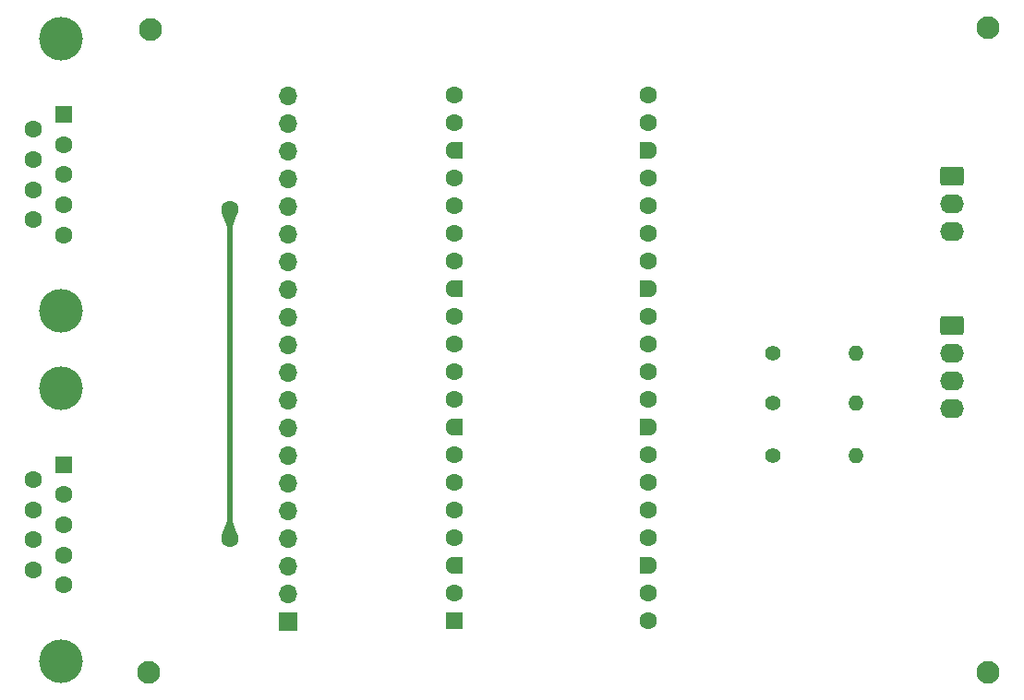
<source format=gbr>
%TF.GenerationSoftware,KiCad,Pcbnew,8.0.4*%
%TF.CreationDate,2024-09-29T18:22:27-03:00*%
%TF.ProjectId,pim,70696d2e-6b69-4636-9164-5f7063625858,rev?*%
%TF.SameCoordinates,Original*%
%TF.FileFunction,Copper,L1,Top*%
%TF.FilePolarity,Positive*%
%FSLAX46Y46*%
G04 Gerber Fmt 4.6, Leading zero omitted, Abs format (unit mm)*
G04 Created by KiCad (PCBNEW 8.0.4) date 2024-09-29 18:22:27*
%MOMM*%
%LPD*%
G01*
G04 APERTURE LIST*
G04 Aperture macros list*
%AMRoundRect*
0 Rectangle with rounded corners*
0 $1 Rounding radius*
0 $2 $3 $4 $5 $6 $7 $8 $9 X,Y pos of 4 corners*
0 Add a 4 corners polygon primitive as box body*
4,1,4,$2,$3,$4,$5,$6,$7,$8,$9,$2,$3,0*
0 Add four circle primitives for the rounded corners*
1,1,$1+$1,$2,$3*
1,1,$1+$1,$4,$5*
1,1,$1+$1,$6,$7*
1,1,$1+$1,$8,$9*
0 Add four rect primitives between the rounded corners*
20,1,$1+$1,$2,$3,$4,$5,0*
20,1,$1+$1,$4,$5,$6,$7,0*
20,1,$1+$1,$6,$7,$8,$9,0*
20,1,$1+$1,$8,$9,$2,$3,0*%
%AMFreePoly0*
4,1,28,0.178017,0.779942,0.347107,0.720775,0.498792,0.625465,0.625465,0.498792,0.720775,0.347107,0.779942,0.178017,0.800000,0.000000,0.779942,-0.178017,0.720775,-0.347107,0.625465,-0.498792,0.498792,-0.625465,0.347107,-0.720775,0.178017,-0.779942,0.000000,-0.800000,-0.600000,-0.800000,-0.605014,-0.794986,-0.644504,-0.794986,-0.724698,-0.756366,-0.780194,-0.686777,-0.800000,-0.600000,
-0.800000,0.600000,-0.780194,0.686777,-0.724698,0.756366,-0.644504,0.794986,-0.605014,0.794986,-0.600000,0.800000,0.000000,0.800000,0.178017,0.779942,0.178017,0.779942,$1*%
%AMFreePoly1*
4,1,28,0.605014,0.794986,0.644504,0.794986,0.724698,0.756366,0.780194,0.686777,0.800000,0.600000,0.800000,-0.600000,0.780194,-0.686777,0.724698,-0.756366,0.644504,-0.794986,0.605014,-0.794986,0.600000,-0.800000,0.000000,-0.800000,-0.178017,-0.779942,-0.347107,-0.720775,-0.498792,-0.625465,-0.625465,-0.498792,-0.720775,-0.347107,-0.779942,-0.178017,-0.800000,0.000000,-0.779942,0.178017,
-0.720775,0.347107,-0.625465,0.498792,-0.498792,0.625465,-0.347107,0.720775,-0.178017,0.779942,0.000000,0.800000,0.600000,0.800000,0.605014,0.794986,0.605014,0.794986,$1*%
G04 Aperture macros list end*
%TA.AperFunction,WasherPad*%
%ADD10C,2.100000*%
%TD*%
%TA.AperFunction,ComponentPad*%
%ADD11RoundRect,0.250000X-0.845000X0.620000X-0.845000X-0.620000X0.845000X-0.620000X0.845000X0.620000X0*%
%TD*%
%TA.AperFunction,ComponentPad*%
%ADD12O,2.190000X1.740000*%
%TD*%
%TA.AperFunction,ComponentPad*%
%ADD13C,4.000000*%
%TD*%
%TA.AperFunction,ComponentPad*%
%ADD14R,1.600000X1.600000*%
%TD*%
%TA.AperFunction,ComponentPad*%
%ADD15C,1.600000*%
%TD*%
%TA.AperFunction,ComponentPad*%
%ADD16R,1.700000X1.700000*%
%TD*%
%TA.AperFunction,ComponentPad*%
%ADD17O,1.700000X1.700000*%
%TD*%
%TA.AperFunction,ComponentPad*%
%ADD18C,1.400000*%
%TD*%
%TA.AperFunction,ComponentPad*%
%ADD19O,1.400000X1.400000*%
%TD*%
%TA.AperFunction,ComponentPad*%
%ADD20RoundRect,0.200000X0.600000X0.600000X-0.600000X0.600000X-0.600000X-0.600000X0.600000X-0.600000X0*%
%TD*%
%TA.AperFunction,ComponentPad*%
%ADD21FreePoly0,180.000000*%
%TD*%
%TA.AperFunction,ComponentPad*%
%ADD22FreePoly1,180.000000*%
%TD*%
%TA.AperFunction,ViaPad*%
%ADD23C,1.600000*%
%TD*%
%TA.AperFunction,Conductor*%
%ADD24C,0.500000*%
%TD*%
G04 APERTURE END LIST*
D10*
%TO.P,REF\u002A\u002A,*%
%TO.N,*%
X37000000Y-77000000D03*
%TD*%
%TO.P,REF\u002A\u002A,*%
%TO.N,*%
X114000000Y-17900000D03*
%TD*%
D11*
%TO.P,J5,1,Pin_1*%
%TO.N,Net-(J5-Pin_1)*%
X110724000Y-45212000D03*
D12*
%TO.P,J5,2,Pin_2*%
%TO.N,Net-(J5-Pin_2)*%
X110724000Y-47752000D03*
%TO.P,J5,3,Pin_3*%
%TO.N,Net-(J5-Pin_3)*%
X110724000Y-50292000D03*
%TO.P,J5,4,Pin_4*%
%TO.N,Net-(J5-Pin_4)*%
X110724000Y-52832000D03*
%TD*%
D13*
%TO.P,J1,0*%
%TO.N,N/C*%
X28974165Y-18840165D03*
X28974165Y-43840165D03*
D14*
%TO.P,J1,1,1*%
%TO.N,/M-d*%
X29274165Y-25800165D03*
D15*
%TO.P,J1,2,2*%
%TO.N,/M-e*%
X29274165Y-28570165D03*
%TO.P,J1,3,3*%
%TO.N,/M-f*%
X29274165Y-31340165D03*
%TO.P,J1,4,4*%
%TO.N,/M-g*%
X29274165Y-34110165D03*
%TO.P,J1,5,5*%
%TO.N,unconnected-(J1-Pad5)*%
X29274165Y-36880165D03*
%TO.P,J1,6,6*%
%TO.N,/M-h*%
X26434165Y-27185165D03*
%TO.P,J1,7,7*%
%TO.N,unconnected-(J1-Pad7)*%
X26434165Y-29955165D03*
%TO.P,J1,8,8*%
%TO.N,/M-8*%
X26434165Y-32725165D03*
%TO.P,J1,9,9*%
%TO.N,unconnected-(J1-Pad9)*%
X26434165Y-35495165D03*
%TD*%
D13*
%TO.P,J2,0*%
%TO.N,N/C*%
X28974165Y-50990000D03*
X28974165Y-75990000D03*
D14*
%TO.P,J2,1,1*%
%TO.N,/M-0*%
X29274165Y-57950000D03*
D15*
%TO.P,J2,2,2*%
%TO.N,/M-1*%
X29274165Y-60720000D03*
%TO.P,J2,3,3*%
%TO.N,/M-2*%
X29274165Y-63490000D03*
%TO.P,J2,4,4*%
%TO.N,/M-3*%
X29274165Y-66260000D03*
%TO.P,J2,5,5*%
%TO.N,unconnected-(J2-Pad5)*%
X29274165Y-69030000D03*
%TO.P,J2,6,6*%
%TO.N,/M-4*%
X26434165Y-59335000D03*
%TO.P,J2,7,7*%
%TO.N,unconnected-(J2-Pad7)*%
X26434165Y-62105000D03*
%TO.P,J2,8,8*%
%TO.N,/M-i*%
X26434165Y-64875000D03*
%TO.P,J2,9,9*%
%TO.N,unconnected-(J2-Pad9)*%
X26434165Y-67645000D03*
%TD*%
D10*
%TO.P,REF\u002A\u002A,*%
%TO.N,*%
X37200000Y-18000000D03*
%TD*%
D16*
%TO.P,J3,1,Pin_1*%
%TO.N,/M-i*%
X49784000Y-72385000D03*
D17*
%TO.P,J3,2,Pin_2*%
%TO.N,unconnected-(J3-Pin_2-Pad2)*%
X49784000Y-69845000D03*
%TO.P,J3,3,Pin_3*%
%TO.N,/M-8*%
X49784000Y-67305000D03*
%TO.P,J3,4,Pin_4*%
%TO.N,unconnected-(J3-Pin_4-Pad4)*%
X49784000Y-64765000D03*
%TO.P,J3,5,Pin_5*%
%TO.N,/M-7*%
X49784000Y-62225000D03*
%TO.P,J3,6,Pin_6*%
%TO.N,/M-6*%
X49784000Y-59685000D03*
%TO.P,J3,7,Pin_7*%
%TO.N,/M-5*%
X49784000Y-57145000D03*
%TO.P,J3,8,Pin_8*%
%TO.N,/M-4*%
X49784000Y-54605000D03*
%TO.P,J3,9,Pin_9*%
%TO.N,/M-3*%
X49784000Y-52065000D03*
%TO.P,J3,10,Pin_10*%
%TO.N,/M-2*%
X49784000Y-49525000D03*
%TO.P,J3,11,Pin_11*%
%TO.N,/M-1*%
X49784000Y-46985000D03*
%TO.P,J3,12,Pin_12*%
%TO.N,/M-0*%
X49784000Y-44445000D03*
%TO.P,J3,13,Pin_13*%
%TO.N,/M-h*%
X49784000Y-41905000D03*
%TO.P,J3,14,Pin_14*%
%TO.N,/M-g*%
X49784000Y-39365000D03*
%TO.P,J3,15,Pin_15*%
%TO.N,/M-f*%
X49784000Y-36825000D03*
%TO.P,J3,16,Pin_16*%
%TO.N,/M-e*%
X49784000Y-34285000D03*
%TO.P,J3,17,Pin_17*%
%TO.N,/M-d*%
X49784000Y-31745000D03*
%TO.P,J3,18,Pin_18*%
%TO.N,/M-c*%
X49784000Y-29205000D03*
%TO.P,J3,19,Pin_19*%
%TO.N,/M-b*%
X49784000Y-26665000D03*
%TO.P,J3,20,Pin_20*%
%TO.N,/M-a*%
X49784000Y-24125000D03*
%TD*%
D18*
%TO.P,R1,1*%
%TO.N,Net-(U1-GPIO28_ADC2)*%
X94234000Y-57150000D03*
D19*
%TO.P,R1,2*%
%TO.N,Net-(J5-Pin_4)*%
X101854000Y-57150000D03*
%TD*%
D11*
%TO.P,J4,1,Pin_1*%
%TO.N,/PI-10*%
X110724000Y-31496000D03*
D12*
%TO.P,J4,2,Pin_2*%
%TO.N,/PI-09*%
X110724000Y-34036000D03*
%TO.P,J4,3,Pin_3*%
%TO.N,/PI-11*%
X110724000Y-36576000D03*
%TD*%
D10*
%TO.P,REF\u002A\u002A,*%
%TO.N,*%
X114000000Y-77000000D03*
%TD*%
D18*
%TO.P,R2,1*%
%TO.N,Net-(U1-GPIO27_ADC1)*%
X94234000Y-52324000D03*
D19*
%TO.P,R2,2*%
%TO.N,Net-(J5-Pin_3)*%
X101854000Y-52324000D03*
%TD*%
D20*
%TO.P,U1,1,GPIO0*%
%TO.N,/M-i*%
X65024000Y-72288500D03*
D15*
%TO.P,U1,2,GPIO1*%
%TO.N,/M-8*%
X65024000Y-69748500D03*
D21*
%TO.P,U1,3,GND*%
%TO.N,GNDPWR*%
X65024000Y-67208500D03*
D15*
%TO.P,U1,4,GPIO2*%
%TO.N,/M-7*%
X65024000Y-64668500D03*
%TO.P,U1,5,GPIO3*%
%TO.N,/M-6*%
X65024000Y-62128500D03*
%TO.P,U1,6,GPIO4*%
%TO.N,/M-5*%
X65024000Y-59588500D03*
%TO.P,U1,7,GPIO5*%
%TO.N,/M-4*%
X65024000Y-57048500D03*
D21*
%TO.P,U1,8,GND*%
%TO.N,GNDPWR*%
X65024000Y-54508500D03*
D15*
%TO.P,U1,9,GPIO6*%
%TO.N,/M-3*%
X65024000Y-51968500D03*
%TO.P,U1,10,GPIO7*%
%TO.N,/M-2*%
X65024000Y-49428500D03*
%TO.P,U1,11,GPIO8*%
%TO.N,/M-1*%
X65024000Y-46888500D03*
%TO.P,U1,12,GPIO9*%
%TO.N,/M-0*%
X65024000Y-44348500D03*
D21*
%TO.P,U1,13,GND*%
%TO.N,GNDPWR*%
X65024000Y-41808500D03*
D15*
%TO.P,U1,14,GPIO10*%
%TO.N,/M-h*%
X65024000Y-39268500D03*
%TO.P,U1,15,GPIO11*%
%TO.N,/M-g*%
X65024000Y-36728500D03*
%TO.P,U1,16,GPIO12*%
%TO.N,/M-f*%
X65024000Y-34188500D03*
%TO.P,U1,17,GPIO13*%
%TO.N,/M-e*%
X65024000Y-31648500D03*
D21*
%TO.P,U1,18,GND*%
%TO.N,GNDPWR*%
X65024000Y-29108500D03*
D15*
%TO.P,U1,19,GPIO14*%
%TO.N,/M-d*%
X65024000Y-26568500D03*
%TO.P,U1,20,GPIO15*%
%TO.N,/M-c*%
X65024000Y-24028500D03*
%TO.P,U1,21,GPIO16*%
%TO.N,/M-a*%
X82804000Y-24028500D03*
%TO.P,U1,22,GPIO17*%
%TO.N,/M-b*%
X82804000Y-26568500D03*
D22*
%TO.P,U1,23,GND*%
%TO.N,GNDPWR*%
X82804000Y-29108500D03*
D15*
%TO.P,U1,24,GPIO18*%
%TO.N,/PI-10*%
X82804000Y-31648500D03*
%TO.P,U1,25,GPIO19*%
%TO.N,/PI-09*%
X82804000Y-34188500D03*
%TO.P,U1,26,GPIO20*%
%TO.N,/PI-11*%
X82804000Y-36728500D03*
%TO.P,U1,27,GPIO21*%
%TO.N,unconnected-(U1-GPIO21-Pad27)*%
X82804000Y-39268500D03*
D22*
%TO.P,U1,28,GND*%
%TO.N,GNDPWR*%
X82804000Y-41808500D03*
D15*
%TO.P,U1,29,GPIO22*%
%TO.N,unconnected-(U1-GPIO22-Pad29)*%
X82804000Y-44348500D03*
%TO.P,U1,30,RUN*%
%TO.N,unconnected-(U1-RUN-Pad30)*%
X82804000Y-46888500D03*
%TO.P,U1,31,GPIO26_ADC0*%
%TO.N,Net-(U1-GPIO26_ADC0)*%
X82804000Y-49428500D03*
%TO.P,U1,32,GPIO27_ADC1*%
%TO.N,Net-(U1-GPIO27_ADC1)*%
X82804000Y-51968500D03*
D22*
%TO.P,U1,33,AGND*%
%TO.N,unconnected-(U1-AGND-Pad33)*%
X82804000Y-54508500D03*
D15*
%TO.P,U1,34,GPIO28_ADC2*%
%TO.N,Net-(U1-GPIO28_ADC2)*%
X82804000Y-57048500D03*
%TO.P,U1,35,ADC_VREF*%
%TO.N,unconnected-(U1-ADC_VREF-Pad35)*%
X82804000Y-59588500D03*
%TO.P,U1,36,3V3*%
%TO.N,Net-(J5-Pin_1)*%
X82804000Y-62128500D03*
%TO.P,U1,37,3V3_EN*%
%TO.N,unconnected-(U1-3V3_EN-Pad37)*%
X82804000Y-64668500D03*
D22*
%TO.P,U1,38,GND*%
%TO.N,GNDPWR*%
X82804000Y-67208500D03*
D15*
%TO.P,U1,39,VSYS*%
%TO.N,unconnected-(U1-VSYS-Pad39)*%
X82804000Y-69748500D03*
%TO.P,U1,40,VBUS*%
%TO.N,unconnected-(U1-VBUS-Pad40)*%
X82804000Y-72288500D03*
%TD*%
D18*
%TO.P,R3,1*%
%TO.N,Net-(U1-GPIO26_ADC0)*%
X94234000Y-47752000D03*
D19*
%TO.P,R3,2*%
%TO.N,Net-(J5-Pin_2)*%
X101854000Y-47752000D03*
%TD*%
D23*
%TO.N,/M-8*%
X44450000Y-34544000D03*
X44450000Y-64770000D03*
%TD*%
D24*
%TO.N,/M-8*%
X44450000Y-64770000D02*
X44450000Y-34544000D01*
%TD*%
%TA.AperFunction,Conductor*%
%TO.N,/M-8*%
G36*
X44700188Y-63173427D02*
G01*
X44702859Y-63177563D01*
X45185099Y-64453258D01*
X45184819Y-64462208D01*
X45178645Y-64468199D01*
X44454490Y-64769134D01*
X44445536Y-64769144D01*
X43721353Y-64468198D01*
X43715029Y-64461860D01*
X43714900Y-64453260D01*
X44197141Y-63177562D01*
X44203272Y-63171036D01*
X44208085Y-63170000D01*
X44691915Y-63170000D01*
X44700188Y-63173427D01*
G37*
%TD.AperFunction*%
%TD*%
%TA.AperFunction,Conductor*%
%TO.N,/M-8*%
G36*
X45178646Y-34845801D02*
G01*
X45184970Y-34852139D01*
X45185099Y-34860741D01*
X44702859Y-36136437D01*
X44696728Y-36142964D01*
X44691915Y-36144000D01*
X44208085Y-36144000D01*
X44199812Y-36140573D01*
X44197141Y-36136437D01*
X43714900Y-34860739D01*
X43715180Y-34851791D01*
X43721352Y-34845801D01*
X44445512Y-34544864D01*
X44454461Y-34544854D01*
X45178646Y-34845801D01*
G37*
%TD.AperFunction*%
%TD*%
M02*

</source>
